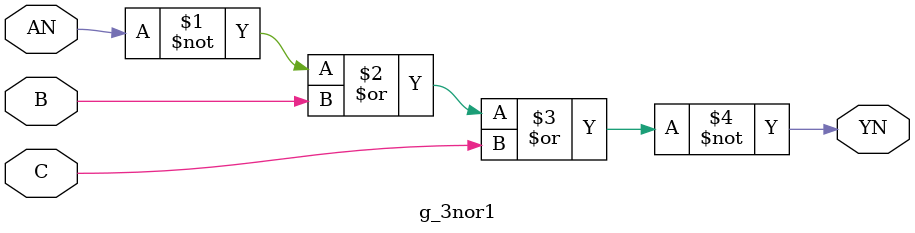
<source format=v>
module g_3nor1 (YN, AN, B, C);

   input AN, B, C;
   output YN;

   nor (YN, ~AN, B, C);

endmodule // g_3nor1

</source>
